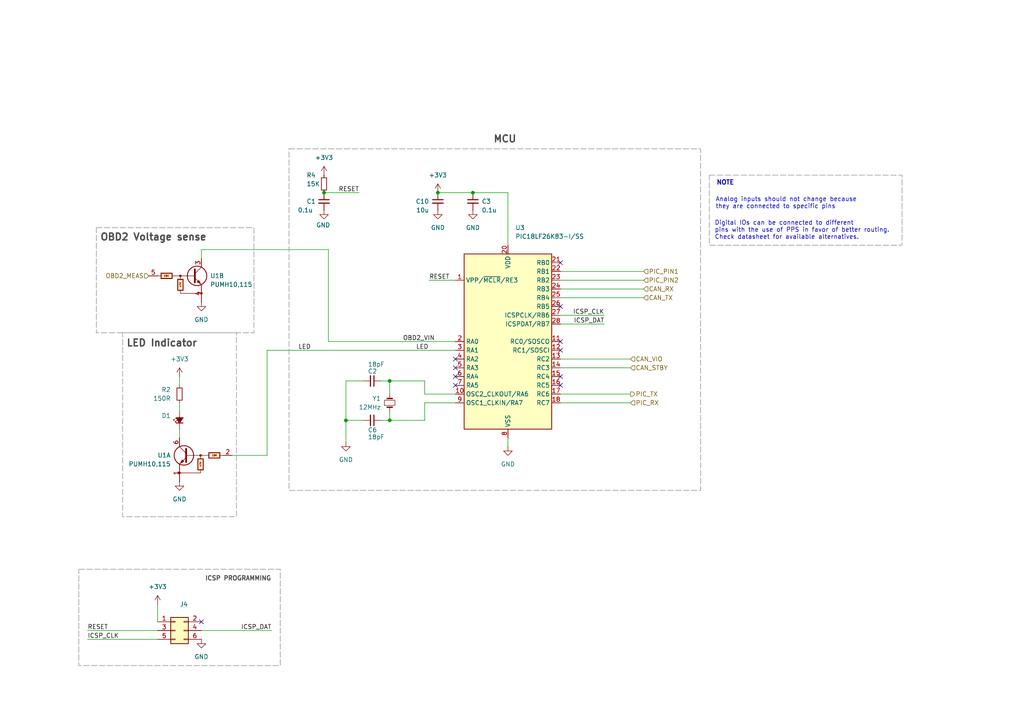
<source format=kicad_sch>
(kicad_sch (version 20250114) (generator "eeschema") (generator_version "9.0")
  (paper "A4")
  (title_block (title "CANLink") (date "2025-02-07") (rev "R1"))
  (lib_symbols
    (symbol "+3V3_1" (power) (pin_numbers (hide yes)) (pin_names (offset 0) (hide yes))
      (property "Value" "+3V3" (at 0 3.556 0))
      (symbol "+3V3_1_0_1"
        (polyline (pts (xy -0.762 1.27) (xy 0 2.54)))
        (polyline (pts (xy 0 2.54) (xy 0.762 1.27)))
        (polyline (pts (xy 0 0) (xy 0 2.54)))
      )
      (symbol "+3V3_1_1_1"
        (pin power_in line (at 0 0 90) (length 0) (name "~") (number "1"))
      )
    )
    (symbol "+3V3_2" (power) (pin_numbers (hide yes)) (pin_names (offset 0) (hide yes))
      (property "Value" "+3V3" (at 0 3.556 0))
      (symbol "+3V3_2_0_1"
        (polyline (pts (xy -0.762 1.27) (xy 0 2.54)))
        (polyline (pts (xy 0 2.54) (xy 0.762 1.27)))
        (polyline (pts (xy 0 0) (xy 0 2.54)))
      )
      (symbol "+3V3_2_1_1"
        (pin power_in line (at 0 0 90) (length 0) (name "~") (number "1"))
      )
    )
    (symbol "+3V3_3" (power) (pin_numbers (hide yes)) (pin_names (offset 0) (hide yes))
      (property "Value" "+3V3" (at 0 3.556 0))
      (symbol "+3V3_3_0_1"
        (polyline (pts (xy -0.762 1.27) (xy 0 2.54)))
        (polyline (pts (xy 0 2.54) (xy 0.762 1.27)))
        (polyline (pts (xy 0 0) (xy 0 2.54)))
      )
      (symbol "+3V3_3_1_1"
        (pin power_in line (at 0 0 90) (length 0) (name "~") (number "1"))
      )
    )
    (symbol "Connector_Generic:Conn_02x03_Odd_Even" (pin_names (offset 1.016) (hide yes))
      (property "Reference" "J" (at 1.27 5.08 0))
      (property "Value" "Conn_02x03_Odd_Even" (at 1.27 -5.08 0))
      (symbol "Conn_02x03_Odd_Even_1_1"
        (rectangle (start -1.27 3.81) (end 3.81 -3.81) (stroke (width 0.254)) (fill (type background)))
        (rectangle (start -1.27 2.667) (end 0 2.413) (stroke (width 0.1524)))
        (rectangle (start -1.27 0.127) (end 0 -0.127) (stroke (width 0.1524)))
        (rectangle (start -1.27 -2.413) (end 0 -2.667) (stroke (width 0.1524)))
        (rectangle (start 3.81 2.667) (end 2.54 2.413) (stroke (width 0.1524)))
        (rectangle (start 3.81 0.127) (end 2.54 -0.127) (stroke (width 0.1524)))
        (rectangle (start 3.81 -2.413) (end 2.54 -2.667) (stroke (width 0.1524)))
        (pin passive line (at -5.08 2.54 0) (length 3.81) (name "Pin_1") (number "1"))
        (pin passive line (at -5.08 0 0) (length 3.81) (name "Pin_3") (number "3"))
        (pin passive line (at -5.08 -2.54 0) (length 3.81) (name "Pin_5") (number "5"))
        (pin passive line (at 7.62 2.54 180) (length 3.81) (name "Pin_2") (number "2"))
        (pin passive line (at 7.62 0 180) (length 3.81) (name "Pin_4") (number "4"))
        (pin passive line (at 7.62 -2.54 180) (length 3.81) (name "Pin_6") (number "6"))
      )
    )
    (symbol "Device:C_Small" (pin_numbers (hide yes)) (pin_names (offset 0.254) (hide yes))
      (property "Reference" "C" (at 0.254 1.778 0))
      (property "Value" "C_Small" (at 0.254 -2.032 0))
      (symbol "C_Small_0_1"
        (polyline (pts (xy -1.524 0.508) (xy 1.524 0.508)) (stroke (width 0.3048)))
        (polyline (pts (xy -1.524 -0.508) (xy 1.524 -0.508)) (stroke (width 0.3302)))
      )
      (symbol "C_Small_1_1"
        (pin passive line (at 0 2.54 270) (length 2.032) (name "~") (number "1"))
        (pin passive line (at 0 -2.54 90) (length 2.032) (name "~") (number "2"))
      )
    )
    (symbol "Device:Crystal_Small" (pin_numbers (hide yes)) (pin_names (offset 1.016) (hide yes))
      (property "Reference" "Y" (at 0 2.54 0))
      (property "Value" "Crystal_Small" (at 0 -2.54 0))
      (symbol "Crystal_Small_0_1"
        (polyline (pts (xy -1.27 -0.762) (xy -1.27 0.762)) (stroke (width 0.381)))
        (rectangle (start -0.762 -1.524) (end 0.762 1.524))
        (polyline (pts (xy 1.27 -0.762) (xy 1.27 0.762)) (stroke (width 0.381)))
      )
      (symbol "Crystal_Small_1_1"
        (pin passive line (at -2.54 0 0) (length 1.27) (name "1") (number "1"))
        (pin passive line (at 2.54 0 180) (length 1.27) (name "2") (number "2"))
      )
    )
    (symbol "Device:LED_Small_Filled" (pin_numbers (hide yes)) (pin_names (offset 0.254) (hide yes))
      (property "Reference" "D" (at -1.27 3.175 0))
      (property "Value" "LED_Small_Filled" (at -4.445 -2.54 0))
      (symbol "LED_Small_Filled_0_1"
        (polyline (pts (xy -0.762 -1.016) (xy -0.762 1.016)) (stroke (width 0.254)))
        (polyline (pts (xy 0 0.762) (xy -0.508 1.27) (xy -0.254 1.27) (xy -0.508 1.27) (xy -0.508 1.016)))
        (polyline (pts (xy 0.508 1.27) (xy 0 1.778) (xy 0.254 1.778) (xy 0 1.778) (xy 0 1.524)))
        (polyline (pts (xy 0.762 -1.016) (xy -0.762 0) (xy 0.762 1.016) (xy 0.762 -1.016)) (stroke (width 0.254)) (fill (type outline)))
        (polyline (pts (xy 1.016 0) (xy -0.762 0)))
      )
      (symbol "LED_Small_Filled_1_1"
        (pin passive line (at -2.54 0 0) (length 1.778) (name "K") (number "1"))
        (pin passive line (at 2.54 0 180) (length 1.778) (name "A") (number "2"))
      )
    )
    (symbol "Device:R_Small" (pin_numbers (hide yes)) (pin_names (offset 0.254) (hide yes))
      (property "Reference" "R" (at 0.762 0.508 0))
      (property "Value" "R_Small" (at 0.762 -1.016 0))
      (symbol "R_Small_0_1"
        (rectangle (start -0.762 1.778) (end 0.762 -1.778) (stroke (width 0.2032)))
      )
      (symbol "R_Small_1_1"
        (pin passive line (at 0 2.54 270) (length 0.762) (name "~") (number "1"))
        (pin passive line (at 0 -2.54 90) (length 0.762) (name "~") (number "2"))
      )
    )
    (symbol "GND_1" (power) (pin_numbers (hide yes)) (pin_names (offset 0) (hide yes))
      (property "Value" "GND" (at 0 -3.81 0))
      (symbol "GND_1_0_1"
        (polyline (pts (xy 0 0) (xy 0 -1.27) (xy 1.27 -1.27) (xy 0 -2.54) (xy -1.27 -1.27) (xy 0 -1.27)))
      )
      (symbol "GND_1_1_1"
        (pin power_in line (at 0 0 270) (length 0) (name "~") (number "1"))
      )
    )
    (symbol "GND_2" (power) (pin_numbers (hide yes)) (pin_names (offset 0) (hide yes))
      (property "Value" "GND" (at 0 -3.81 0))
      (symbol "GND_2_0_1"
        (polyline (pts (xy 0 0) (xy 0 -1.27) (xy 1.27 -1.27) (xy 0 -2.54) (xy -1.27 -1.27) (xy 0 -1.27)))
      )
      (symbol "GND_2_1_1"
        (pin power_in line (at 0 0 270) (length 0) (name "~") (number "1"))
      )
    )
    (symbol "My_Libraries:PUMH10,115"
      (property "Reference" "U" (at 0 0 0))
      (property "Value" "PUMH10,115" (at 0 0 0))
      (symbol "PUMH10,115_0_0"
        (circle (center -6.096 0) (radius 0.2736) (stroke (width 0.1524)) (fill (type outline)))
        (circle (center 0 -5.08) (radius 0.2736) (stroke (width 0.1524)) (fill (type outline)))
        (text "10K" (at -10.16 0 0) (effects (font (size 0.508 0.508))))
      )
      (symbol "PUMH10,115_0_1"
        (polyline (pts (xy -12.7 0) (xy -11.684 0)) (stroke (width 0.1524)))
        (rectangle (start -11.684 -0.762) (end -8.509 0.762) (stroke (width 0.3048)) (fill (type background)))
        (polyline (pts (xy -8.382 0) (xy -8.128 0) (xy -2.032 0)) (stroke (width 0.1524)))
        (rectangle (start -6.858 -1.016) (end -5.334 -4.191) (stroke (width 0.3048)) (fill (type background)))
        (polyline (pts (xy -6.096 -1.016) (xy -6.096 0)) (stroke (width 0.1524)))
        (polyline (pts (xy -6.096 -4.318) (xy -6.096 -5.08) (xy 0 -5.08)) (stroke (width 0.1524)))
        (polyline (pts (xy -1.905 1.905) (xy -1.905 -1.905) (xy -1.905 -1.905)) (stroke (width 0.508)))
        (polyline (pts (xy -1.905 0.635) (xy 0 2.54)))
        (polyline (pts (xy -1.905 -0.635) (xy 0 -2.54) (xy 0 -2.54)))
        (circle (center -1.27 0) (radius 2.8194) (stroke (width 0.254)))
        (polyline (pts (xy -1.27 -1.778) (xy -0.762 -1.27) (xy -0.254 -2.286) (xy -1.27 -1.778) (xy -1.27 -1.778)) (fill (type outline)))
        (text "47K" (at -6.096 -2.54 900) (effects (font (size 0.508 0.508))))
      )
      (symbol "PUMH10,115_1_1"
        (pin passive line (at -15.24 0 0) (length 2.54) (name "") (number "2"))
        (pin passive line (at 0 5.08 270) (length 2.54) (name "") (number "6"))
        (pin passive line (at 0 -7.62 90) (length 5.08) (name "") (number "1"))
      )
      (symbol "PUMH10,115_2_1"
        (pin passive line (at -15.24 0 0) (length 2.54) (name "") (number "5"))
        (pin passive line (at 0 5.08 270) (length 2.54) (name "") (number "3"))
        (pin passive line (at 0 -7.62 90) (length 5.08) (name "") (number "4"))
      )
    )
    (symbol "PIC18LF26K83-I/SS_1"
      (property "Reference" "U" (at 0 -35.56 0))
      (property "Value" "PIC18LF26K83-I{slash}SS" (at 12.7 -30.48 0))
      (property "Footprint" "Package_SO:SSOP-28_5.3x10.2mm_P0.65mm" (at 0 -43.18 0))
      (symbol "PIC18LF26K83-I/SS_1_0_1"
        (rectangle (start -12.7 -27.94) (end 12.7 22.86) (stroke (width 0.254)) (fill (type background)))
      )
      (symbol "PIC18LF26K83-I/SS_1_1_1"
        (pin input line (at -15.24 15.24 0) (length 2.54) (name "VPP/~{MCLR}/RE3") (number "1"))
        (pin bidirectional line (at -15.24 -2.54 0) (length 2.54) (name "RA0") (number "2"))
        (pin bidirectional line (at -15.24 -5.08 0) (length 2.54) (name "RA1") (number "3"))
        (pin bidirectional line (at -15.24 -7.62 0) (length 2.54) (name "RA2") (number "4"))
        (pin bidirectional line (at -15.24 -10.16 0) (length 2.54) (name "RA3") (number "5"))
        (pin bidirectional line (at -15.24 -12.7 0) (length 2.54) (name "RA4") (number "6"))
        (pin bidirectional line (at -15.24 -15.24 0) (length 2.54) (name "RA5") (number "7"))
        (pin bidirectional line (at -15.24 -17.78 0) (length 2.54) (name "OSC2_CLKOUT/RA6") (number "10"))
        (pin bidirectional line (at -15.24 -20.32 0) (length 2.54) (name "OSC1_CLKIN/RA7") (number "9"))
        (pin power_in line (at 0 25.4 270) (length 2.54) (name "VDD") (number "20"))
        (pin passive line (at 0 -30.48 90) (length 2.54) (hide yes) (name "VSS") (number "19"))
        (pin power_in line (at 0 -30.48 90) (length 2.54) (name "VSS") (number "8"))
        (pin bidirectional line (at 15.24 20.32 180) (length 2.54) (name "RB0") (number "21"))
        (pin bidirectional line (at 15.24 17.78 180) (length 2.54) (name "RB1") (number "22"))
        (pin bidirectional line (at 15.24 15.24 180) (length 2.54) (name "RB2") (number "23"))
        (pin bidirectional line (at 15.24 12.7 180) (length 2.54) (name "RB3") (number "24"))
        (pin bidirectional line (at 15.24 10.16 180) (length 2.54) (name "RB4") (number "25"))
        (pin bidirectional line (at 15.24 7.62 180) (length 2.54) (name "RB5") (number "26"))
        (pin bidirectional line (at 15.24 5.08 180) (length 2.54) (name "ICSPCLK/RB6") (number "27"))
        (pin bidirectional line (at 15.24 2.54 180) (length 2.54) (name "ICSPDAT/RB7") (number "28"))
        (pin bidirectional line (at 15.24 -2.54 180) (length 2.54) (name "RC0/SOSCO") (number "11"))
        (pin bidirectional line (at 15.24 -5.08 180) (length 2.54) (name "RC1/SOSCI") (number "12"))
        (pin bidirectional line (at 15.24 -7.62 180) (length 2.54) (name "RC2") (number "13"))
        (pin bidirectional line (at 15.24 -10.16 180) (length 2.54) (name "RC3") (number "14"))
        (pin bidirectional line (at 15.24 -12.7 180) (length 2.54) (name "RC4") (number "15"))
        (pin bidirectional line (at 15.24 -15.24 180) (length 2.54) (name "RC5") (number "16"))
        (pin bidirectional line (at 15.24 -17.78 180) (length 2.54) (name "RC6") (number "17"))
        (pin bidirectional line (at 15.24 -20.32 180) (length 2.54) (name "RC7") (number "18"))
      )
    )
  )
  (rectangle (start 83.82 43.18) (end 203.2 142.24) (stroke (width 0) (type dash) (color 132 132 132 1)))
  (rectangle (start 205.74 50.8) (end 261.62 71.12) (stroke (width 0) (type dash) (color 132 132 132 1)))
  (rectangle (start 27.94 66.04) (end 73.66 96.52) (stroke (width 0) (type dash) (color 132 132 132 1)))
  (rectangle (start 22.86 165.1) (end 81.28 193.04) (stroke (width 0) (type dash) (color 132 132 132 1)))
  (rectangle (start 35.56 96.52) (end 68.58 149.86) (stroke (width 0) (type dash) (color 132 132 132 1)))
  (text "Digital IOs can be connected to different\npins with the use of PPS in favor of better routing.\nCheck datasheet for available alternatives." (at 207.264 69.596 0) (effects (font (size 1.27 1.27)) (justify left bottom)))
  (text "OBD2 Voltage sense" (at 28.956 70.104 0) (effects (font (size 2 2) (thickness 0.4) (bold yes)) (justify left bottom)))
  (text "NOTE" (at 207.772 53.848 0) (effects (font (size 1.3 1.3) (thickness 0.26) (bold yes)) (justify left bottom)))
  (text "MCU" (at 143.002 41.656 0) (effects (font (size 2 2) (thickness 0.4) (bold yes)) (justify left bottom)))
  (text "Analog inputs should not change because\nthey are connected to specific pins" (at 207.518 60.706 0) (effects (font (size 1.27 1.27)) (justify left bottom)))
  (text "LED Indicator" (at 36.576 100.838 0) (effects (font (size 2 2) (thickness 0.4) (bold yes)) (justify left bottom)))
  (text "ICSP PROGRAMMING" (at 59.436 168.656 0) (effects (font (size 1.27 1.27) (thickness 0.254) (bold yes)) (justify left bottom)))
  (junction (at 100.33 121.92))
  (junction (at 93.98 55.88))
  (junction (at 113.03 110.49))
  (junction (at 127 55.88))
  (junction (at 137.16 55.88))
  (junction (at 113.03 121.92))
  (no_connect (at 162.56 76.2))
  (no_connect (at 132.08 111.76))
  (no_connect (at 162.56 109.22))
  (no_connect (at 162.56 88.9))
  (no_connect (at 132.08 106.68))
  (no_connect (at 162.56 101.6))
  (no_connect (at 162.56 111.76))
  (no_connect (at 132.08 104.14))
  (no_connect (at 162.56 99.06))
  (no_connect (at 58.42 180.34))
  (no_connect (at 132.08 109.22))
  (wire (pts (xy 100.33 121.92) (xy 105.41 121.92)))
  (wire (pts (xy 113.03 121.92) (xy 113.03 119.38)))
  (wire (pts (xy 77.47 132.08) (xy 77.47 101.6)))
  (wire (pts (xy 162.56 81.28) (xy 186.69 81.28)))
  (wire (pts (xy 95.25 99.06) (xy 132.08 99.06)))
  (wire (pts (xy 124.46 81.28) (xy 132.08 81.28)))
  (wire (pts (xy 67.31 132.08) (xy 77.47 132.08)))
  (wire (pts (xy 100.33 121.92) (xy 100.33 128.27)))
  (wire (pts (xy 162.56 78.74) (xy 186.69 78.74)))
  (wire (pts (xy 147.32 55.88) (xy 137.16 55.88)))
  (wire (pts (xy 45.72 175.26) (xy 45.72 180.34)))
  (wire (pts (xy 110.49 121.92) (xy 113.03 121.92)))
  (wire (pts (xy 93.98 55.88) (xy 104.14 55.88)))
  (wire (pts (xy 58.42 182.88) (xy 78.74 182.88)))
  (wire (pts (xy 110.49 110.49) (xy 113.03 110.49)))
  (wire (pts (xy 162.56 116.84) (xy 182.88 116.84)))
  (wire (pts (xy 52.07 109.22) (xy 52.07 111.76)))
  (wire (pts (xy 95.25 99.06) (xy 95.25 72.39)))
  (wire (pts (xy 162.56 91.44) (xy 175.26 91.44)))
  (wire (pts (xy 95.25 72.39) (xy 58.42 72.39)))
  (wire (pts (xy 147.32 71.12) (xy 147.32 55.88)))
  (wire (pts (xy 113.03 110.49) (xy 113.03 114.3)))
  (wire (pts (xy 162.56 104.14) (xy 182.88 104.14)))
  (wire (pts (xy 132.08 116.84) (xy 123.19 116.84)))
  (wire (pts (xy 123.19 121.92) (xy 113.03 121.92)))
  (wire (pts (xy 25.4 185.42) (xy 45.72 185.42)))
  (wire (pts (xy 162.56 114.3) (xy 182.88 114.3)))
  (wire (pts (xy 105.41 110.49) (xy 100.33 110.49)))
  (wire (pts (xy 123.19 116.84) (xy 123.19 121.92)))
  (wire (pts (xy 123.19 110.49) (xy 113.03 110.49)))
  (wire (pts (xy 162.56 106.68) (xy 182.88 106.68)))
  (wire (pts (xy 162.56 86.36) (xy 186.69 86.36)))
  (wire (pts (xy 100.33 110.49) (xy 100.33 121.92)))
  (wire (pts (xy 162.56 83.82) (xy 186.69 83.82)))
  (wire (pts (xy 25.4 182.88) (xy 45.72 182.88)))
  (wire (pts (xy 52.07 127) (xy 52.07 124.46)))
  (wire (pts (xy 58.42 72.39) (xy 58.42 74.93)))
  (wire (pts (xy 132.08 114.3) (xy 123.19 114.3)))
  (wire (pts (xy 147.32 127) (xy 147.32 129.54)))
  (wire (pts (xy 52.07 116.84) (xy 52.07 119.38)))
  (wire (pts (xy 123.19 114.3) (xy 123.19 110.49)))
  (wire (pts (xy 77.47 101.6) (xy 132.08 101.6)))
  (wire (pts (xy 162.56 93.98) (xy 175.26 93.98)))
  (wire (pts (xy 137.16 55.88) (xy 127 55.88)))
  (label "LED" (at 90.17 101.6 180))
  (label "RESET" (at 124.46 81.28 0))
  (label "ICSP_CLK" (at 25.4 185.42 0))
  (label "ICSP_DAT" (at 175.26 93.98 180))
  (label "ICSP_CLK" (at 175.26 91.44 180))
  (label "ICSP_DAT" (at 78.74 182.88 180))
  (label "LED" (at 120.65 101.6 0))
  (label "OBD2_VIN" (at 116.84 99.06 0))
  (label "RESET" (at 25.4 182.88 0))
  (label "RESET" (at 104.14 55.88 180))
  (hierarchical_label "PIC_PIN2" (shape input) (at 186.69 81.28 0))
  (hierarchical_label "CAN_STBY" (shape input) (at 182.88 106.68 0))
  (hierarchical_label "OBD2_MEAS" (shape input) (at 43.18 80.01 180))
  (hierarchical_label "CAN_VIO" (shape input) (at 182.88 104.14 0))
  (hierarchical_label "CAN_RX" (shape input) (at 186.69 83.82 0))
  (hierarchical_label "PIC_TX" (shape output) (at 182.88 114.3 0))
  (hierarchical_label "CAN_TX" (shape input) (at 186.69 86.36 0))
  (hierarchical_label "PIC_RX" (shape input) (at 182.88 116.84 0))
  (hierarchical_label "PIC_PIN1" (shape input) (at 186.69 78.74 0))
  (symbol (lib_id "Device:C_Small") (at 93.98 58.42 0) (unit 1)
    (property "Reference" "C1" (at 88.9 58.42 0) (effects (justify left)))
    (property "Value" "0.1u" (at 86.36 60.96 0) (effects (justify left)))
    (property "Footprint" "Capacitor_SMD:C_0603_1608Metric" (effects (hide yes)))
  )
  (symbol (lib_id "Device:LED_Small_Filled") (at 52.07 121.92 90) (unit 1)
    (property "Reference" "D1" (at 49.53 120.5864 90) (effects (justify left)))
    (property "Value" "LED_Small_Filled" (effects (hide yes)))
    (property "Footprint" "LED_SMD:LED_0603_1608Metric" (effects (hide yes)))
    (property "Description" "Light emitting diode, small symbol, filled shape" (effects (hide yes)))
  )
  (symbol (lib_name "+3V3_2") (lib_id "power:+3V3") (at 52.07 109.22 0) (unit 1)
    (property "Reference" "#PWR024" (effects (hide yes)))
    (property "Value" "+3V3" (at 52.07 104.14 0))
    (property "Description" "Power symbol creates a global label with name \"+3V3\"" (effects (hide yes)))
  )
  (symbol (lib_name "GND_1") (lib_id "power:GND") (at 137.16 60.96 0) (unit 1)
    (property "Reference" "#PWR011" (effects (hide yes)))
    (property "Value" "GND" (at 137.16 66.04 0))
    (property "Description" "Power symbol creates a global label with name \"GND\" , ground" (effects (hide yes)))
  )
  (symbol (lib_name "PIC18LF26K83-I/SS_1") (lib_id "My_Libraries:PIC18LF26K83-I/SS") (at 147.32 96.52 0) (unit 1)
    (property "Reference" "U3" (at 149.4633 66.04 0) (effects (justify left)))
    (property "Value" "PIC18LF26K83-I/SS" (at 149.4633 68.58 0) (effects (justify left)))
    (property "Footprint" "Package_SO:SSOP-28_5.3x10.2mm_P0.65mm" (effects (hide yes)))
    (property "Description" "8 Bit MCU, PIC18 Family PIC18F K8x Series, 64 MHz, 64 KB, 4K RAM, SSOP-28" (effects (hide yes)))
  )
  (symbol (lib_id "My_Libraries:PUMH10,115") (at 52.07 132.08 0) (mirror y) (unit 1)
    (property "Reference" "U1" (at 49.53 132.0516 0) (effects (justify left)))
    (property "Value" "PUMH10,115" (at 49.53 134.5916 0) (effects (justify left)))
    (property "Footprint" "Package_TO_SOT_SMD:SOT-363_SC-70-6" (effects (hide yes)))
    (property "Datasheet" "https://assets.nexperia.com/documents/data-sheet/PUMH10.pdf" (effects (hide yes)))
    (property "Description" "Dual NPN Transistor with internal resistors SOT-363" (effects (hide yes)))
  )
  (symbol (lib_name "+3V3_2") (lib_id "power:+3V3") (at 93.98 50.8 0) (unit 1)
    (property "Reference" "#PWR021" (effects (hide yes)))
    (property "Value" "+3V3" (at 93.98 45.72 0))
    (property "Description" "Power symbol creates a global label with name \"+3V3\"" (effects (hide yes)))
  )
  (symbol (lib_name "GND_1") (lib_id "power:GND") (at 127 60.96 0) (unit 1)
    (property "Reference" "#PWR010" (effects (hide yes)))
    (property "Value" "GND" (at 127 66.04 0))
    (property "Description" "Power symbol creates a global label with name \"GND\" , ground" (effects (hide yes)))
  )
  (symbol (lib_id "Device:C_Small") (at 137.16 58.42 0) (unit 1)
    (property "Reference" "C3" (at 139.7 58.42 0) (effects (justify left)))
    (property "Value" "0.1u" (at 139.7 60.96 0) (effects (justify left)))
    (property "Footprint" "Capacitor_SMD:C_0603_1608Metric" (effects (hide yes)))
  )
  (symbol (lib_name "+3V3_1") (lib_id "power:+3V3") (at 45.72 175.26 0) (unit 1)
    (property "Reference" "#PWR020" (effects (hide yes)))
    (property "Value" "+3V3" (at 45.72 170.18 0))
    (property "Description" "Power symbol creates a global label with name \"+3V3\"" (effects (hide yes)))
  )
  (symbol (lib_name "GND_2") (lib_id "power:GND") (at 147.32 129.54 0) (unit 1)
    (property "Reference" "#PWR014" (effects (hide yes)))
    (property "Value" "GND" (at 147.32 134.62 0))
    (property "Description" "Power symbol creates a global label with name \"GND\" , ground" (effects (hide yes)))
  )
  (symbol (lib_name "GND_1") (lib_id "power:GND") (at 93.98 60.96 0) (unit 1)
    (property "Reference" "#PWR013" (effects (hide yes)))
    (property "Value" "GND" (at 93.726 65.278 0))
    (property "Description" "Power symbol creates a global label with name \"GND\" , ground" (effects (hide yes)))
  )
  (symbol (lib_id "Device:C_Small") (at 107.95 110.49 270) (mirror x) (unit 1)
    (property "Reference" "C2" (at 106.68 107.696 90) (effects (justify left)))
    (property "Value" "18pF" (at 106.68 105.664 90) (effects (justify left)))
    (property "Footprint" "Capacitor_SMD:C_0603_1608Metric" (effects (hide yes)))
  )
  (symbol (lib_id "Device:Crystal_Small") (at 113.03 116.84 270) (mirror x) (unit 1)
    (property "Reference" "Y1" (at 110.49 115.5699 90) (effects (justify right)))
    (property "Value" "12MHz" (at 110.49 118.1099 90) (effects (justify right)))
    (property "Footprint" "Crystal:Crystal_SMD_5032-2Pin_5.0x3.2mm" (effects (hide yes)))
    (property "Description" "Two pin crystal, small symbol" (effects (hide yes)))
  )
  (symbol (lib_id "Device:C_Small") (at 127 58.42 0) (mirror y) (unit 1)
    (property "Reference" "C10" (at 124.46 58.42 0) (effects (justify left)))
    (property "Value" "10u" (at 124.46 60.96 0) (effects (justify left)))
    (property "Footprint" "Capacitor_SMD:C_0805_2012Metric" (effects (hide yes)))
  )
  (symbol (lib_name "GND_1") (lib_id "power:GND") (at 52.07 139.7 0) (mirror y) (unit 1)
    (property "Reference" "#PWR023" (effects (hide yes)))
    (property "Value" "GND" (at 52.07 144.78 0))
    (property "Description" "Power symbol creates a global label with name \"GND\" , ground" (effects (hide yes)))
  )
  (symbol (lib_id "Device:C_Small") (at 107.95 121.92 270) (unit 1)
    (property "Reference" "C6" (at 106.68 124.714 90) (effects (justify left)))
    (property "Value" "18pF" (at 106.68 126.746 90) (effects (justify left)))
    (property "Footprint" "Capacitor_SMD:C_0603_1608Metric" (effects (hide yes)))
  )
  (symbol (lib_name "GND_2") (lib_id "power:GND") (at 100.33 128.27 0) (unit 1)
    (property "Reference" "#PWR022" (effects (hide yes)))
    (property "Value" "GND" (at 100.33 133.35 0))
    (property "Description" "Power symbol creates a global label with name \"GND\" , ground" (effects (hide yes)))
  )
  (symbol (lib_name "+3V3_3") (lib_id "power:+3V3") (at 127 55.88 0) (unit 1)
    (property "Reference" "#PWR012" (effects (hide yes)))
    (property "Value" "+3V3" (at 127 50.8 0))
    (property "Description" "Power symbol creates a global label with name \"+3V3\"" (effects (hide yes)))
  )
  (symbol (lib_id "Device:R_Small") (at 52.07 114.3 0) (unit 1)
    (property "Reference" "R2" (at 49.53 113.0299 0) (effects (justify right)))
    (property "Value" "150R" (at 49.53 115.5699 0) (effects (justify right)))
    (property "Footprint" "Resistor_SMD:R_0603_1608Metric" (effects (hide yes)))
    (property "Description" "Resistor, small symbol" (effects (hide yes)))
  )
  (symbol (lib_name "GND_1") (lib_id "power:GND") (at 58.42 185.42 0) (unit 1)
    (property "Reference" "#PWR015" (effects (hide yes)))
    (property "Value" "GND" (at 58.42 190.5 0))
    (property "Description" "Power symbol creates a global label with name \"GND\" , ground" (effects (hide yes)))
  )
  (symbol (lib_id "My_Libraries:PUMH10,115") (at 58.42 80.01 0) (unit 2)
    (property "Reference" "U1" (at 60.96 79.9816 0) (effects (justify left)))
    (property "Value" "PUMH10,115" (at 60.96 82.5216 0) (effects (justify left)))
    (property "Footprint" "Package_TO_SOT_SMD:SOT-363_SC-70-6" (effects (hide yes)))
    (property "Datasheet" "https://assets.nexperia.com/documents/data-sheet/PUMH10.pdf" (effects (hide yes)))
    (property "Description" "Dual NPN Transistor with internal resistors SOT-363" (effects (hide yes)))
  )
  (symbol (lib_name "GND_1") (lib_id "power:GND") (at 58.42 87.63 0) (mirror y) (unit 1)
    (property "Reference" "#PWR026" (effects (hide yes)))
    (property "Value" "GND" (at 58.42 92.71 0))
    (property "Description" "Power symbol creates a global label with name \"GND\" , ground" (effects (hide yes)))
  )
  (symbol (lib_id "Connector_Generic:Conn_02x03_Odd_Even") (at 50.8 182.88 0) (unit 1)
    (property "Reference" "J4" (at 53.34 175.26 0))
    (property "Value" "-" (effects (hide yes)))
    (property "Footprint" "Connector_PinHeader_2.54mm:PinHeader_2x03_P2.54mm_Vertical" (effects (hide yes)))
  )
  (symbol (lib_id "Device:R_Small") (at 93.98 53.34 0) (unit 1)
    (property "Reference" "R4" (at 88.9 50.8 0) (effects (justify left)))
    (property "Value" "15K" (at 88.9 53.34 0) (effects (justify left)))
    (property "Footprint" "Resistor_SMD:R_0603_1608Metric" (effects (hide yes)))
  )
)
</source>
